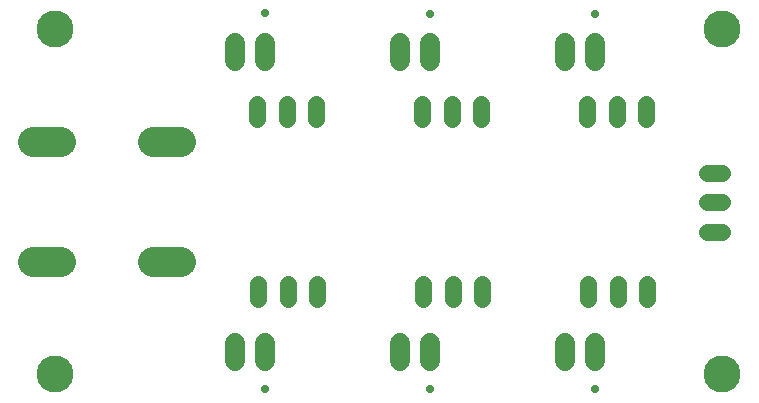
<source format=gbr>
G04 EAGLE Gerber RS-274X export*
G75*
%MOMM*%
%FSLAX34Y34*%
%LPD*%
%INSoldermask Bottom*%
%IPPOS*%
%AMOC8*
5,1,8,0,0,1.08239X$1,22.5*%
G01*
G04 Define Apertures*
%ADD10C,3.127000*%
%ADD11C,1.407000*%
%ADD12C,2.527000*%
%ADD13C,1.651000*%
%ADD14C,0.731000*%
D10*
X50800Y44450D03*
X615950Y44450D03*
X50800Y336550D03*
X615950Y336550D03*
D11*
X362750Y120700D02*
X362750Y107900D01*
X387750Y107900D02*
X387750Y120700D01*
X412750Y120700D02*
X412750Y107900D01*
X502450Y107900D02*
X502450Y120700D01*
X527450Y120700D02*
X527450Y107900D01*
X552450Y107900D02*
X552450Y120700D01*
X411950Y260300D02*
X411950Y273100D01*
X386950Y273100D02*
X386950Y260300D01*
X361950Y260300D02*
X361950Y273100D01*
X551650Y273100D02*
X551650Y260300D01*
X526650Y260300D02*
X526650Y273100D01*
X501650Y273100D02*
X501650Y260300D01*
D12*
X158050Y241300D02*
X134050Y241300D01*
X56450Y241300D02*
X32450Y241300D01*
X134050Y139700D02*
X158050Y139700D01*
X56450Y139700D02*
X32450Y139700D01*
D13*
X368300Y71120D02*
X368300Y55880D01*
X342900Y55880D02*
X342900Y71120D01*
X228600Y71120D02*
X228600Y55880D01*
X203200Y55880D02*
X203200Y71120D01*
X508000Y71120D02*
X508000Y55880D01*
X482600Y55880D02*
X482600Y71120D01*
X228600Y309880D02*
X228600Y325120D01*
X203200Y325120D02*
X203200Y309880D01*
X368300Y309880D02*
X368300Y325120D01*
X342900Y325120D02*
X342900Y309880D01*
X508000Y309880D02*
X508000Y325120D01*
X482600Y325120D02*
X482600Y309880D01*
D11*
X603200Y215100D02*
X616000Y215100D01*
X616000Y190100D02*
X603200Y190100D01*
X603200Y165100D02*
X616000Y165100D01*
X223050Y120700D02*
X223050Y107900D01*
X248050Y107900D02*
X248050Y120700D01*
X273050Y120700D02*
X273050Y107900D01*
X272250Y260300D02*
X272250Y273100D01*
X247250Y273100D02*
X247250Y260300D01*
X222250Y260300D02*
X222250Y273100D01*
D14*
X228600Y31750D03*
X508000Y31750D03*
X368300Y31750D03*
X228600Y349786D03*
X508000Y349250D03*
X368300Y349250D03*
M02*

</source>
